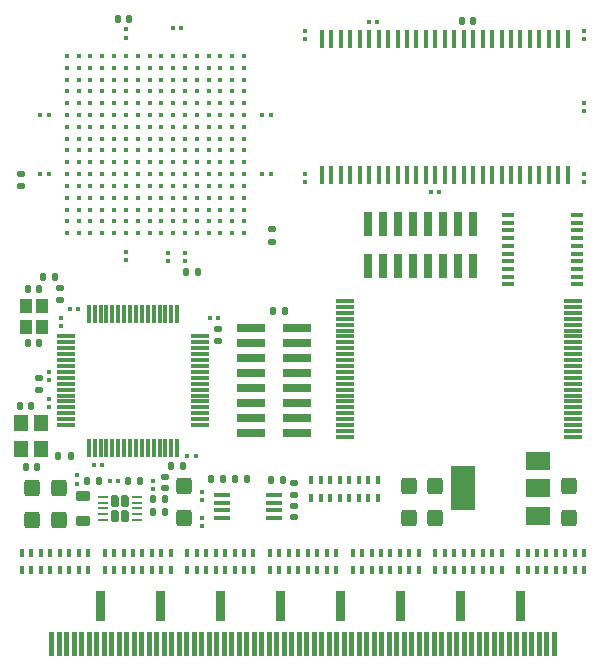
<source format=gbr>
%TF.GenerationSoftware,KiCad,Pcbnew,7.0.10*%
%TF.CreationDate,2024-03-26T21:26:04+03:00*%
%TF.ProjectId,com_1300,636f6d5f-3133-4303-902e-6b696361645f,rev?*%
%TF.SameCoordinates,Original*%
%TF.FileFunction,Paste,Top*%
%TF.FilePolarity,Positive*%
%FSLAX46Y46*%
G04 Gerber Fmt 4.6, Leading zero omitted, Abs format (unit mm)*
G04 Created by KiCad (PCBNEW 7.0.10) date 2024-03-26 21:26:04*
%MOMM*%
%LPD*%
G01*
G04 APERTURE LIST*
G04 Aperture macros list*
%AMRoundRect*
0 Rectangle with rounded corners*
0 $1 Rounding radius*
0 $2 $3 $4 $5 $6 $7 $8 $9 X,Y pos of 4 corners*
0 Add a 4 corners polygon primitive as box body*
4,1,4,$2,$3,$4,$5,$6,$7,$8,$9,$2,$3,0*
0 Add four circle primitives for the rounded corners*
1,1,$1+$1,$2,$3*
1,1,$1+$1,$4,$5*
1,1,$1+$1,$6,$7*
1,1,$1+$1,$8,$9*
0 Add four rect primitives between the rounded corners*
20,1,$1+$1,$2,$3,$4,$5,0*
20,1,$1+$1,$4,$5,$6,$7,0*
20,1,$1+$1,$6,$7,$8,$9,0*
20,1,$1+$1,$8,$9,$2,$3,0*%
G04 Aperture macros list end*
%ADD10RoundRect,0.079500X-0.100500X0.079500X-0.100500X-0.079500X0.100500X-0.079500X0.100500X0.079500X0*%
%ADD11RoundRect,0.079500X0.100500X-0.079500X0.100500X0.079500X-0.100500X0.079500X-0.100500X-0.079500X0*%
%ADD12RoundRect,0.079500X0.079500X0.100500X-0.079500X0.100500X-0.079500X-0.100500X0.079500X-0.100500X0*%
%ADD13R,0.458000X1.510000*%
%ADD14RoundRect,0.079500X-0.079500X-0.100500X0.079500X-0.100500X0.079500X0.100500X-0.079500X0.100500X0*%
%ADD15RoundRect,0.250000X-0.425000X0.450000X-0.425000X-0.450000X0.425000X-0.450000X0.425000X0.450000X0*%
%ADD16R,1.450000X0.450000*%
%ADD17R,0.400000X2.000000*%
%ADD18RoundRect,0.135000X0.135000X0.185000X-0.135000X0.185000X-0.135000X-0.185000X0.135000X-0.185000X0*%
%ADD19RoundRect,0.140000X-0.140000X-0.170000X0.140000X-0.170000X0.140000X0.170000X-0.140000X0.170000X0*%
%ADD20RoundRect,0.140000X0.170000X-0.140000X0.170000X0.140000X-0.170000X0.140000X-0.170000X-0.140000X0*%
%ADD21RoundRect,0.135000X-0.135000X-0.185000X0.135000X-0.185000X0.135000X0.185000X-0.135000X0.185000X0*%
%ADD22RoundRect,0.250000X0.425000X-0.450000X0.425000X0.450000X-0.425000X0.450000X-0.425000X-0.450000X0*%
%ADD23R,0.430000X0.760000*%
%ADD24R,1.000000X0.400000*%
%ADD25RoundRect,0.140000X-0.170000X0.140000X-0.170000X-0.140000X0.170000X-0.140000X0.170000X0.140000X0*%
%ADD26R,2.000000X1.500000*%
%ADD27R,2.000000X3.800000*%
%ADD28RoundRect,0.135000X-0.185000X0.135000X-0.185000X-0.135000X0.185000X-0.135000X0.185000X0.135000X0*%
%ADD29RoundRect,0.140000X0.140000X0.170000X-0.140000X0.170000X-0.140000X-0.170000X0.140000X-0.170000X0*%
%ADD30RoundRect,0.172500X-0.172500X-0.332500X0.172500X-0.332500X0.172500X0.332500X-0.172500X0.332500X0*%
%ADD31RoundRect,0.062500X-0.350000X-0.062500X0.350000X-0.062500X0.350000X0.062500X-0.350000X0.062500X0*%
%ADD32R,2.400000X0.740000*%
%ADD33R,0.750000X2.100000*%
%ADD34RoundRect,0.075000X-0.712500X-0.075000X0.712500X-0.075000X0.712500X0.075000X-0.712500X0.075000X0*%
%ADD35C,0.400000*%
%ADD36RoundRect,0.075000X-0.700000X-0.075000X0.700000X-0.075000X0.700000X0.075000X-0.700000X0.075000X0*%
%ADD37RoundRect,0.075000X-0.075000X-0.700000X0.075000X-0.700000X0.075000X0.700000X-0.075000X0.700000X0*%
%ADD38R,1.200000X1.400000*%
%ADD39RoundRect,0.135000X0.185000X-0.135000X0.185000X0.135000X-0.185000X0.135000X-0.185000X-0.135000X0*%
%ADD40RoundRect,0.218750X0.381250X-0.218750X0.381250X0.218750X-0.381250X0.218750X-0.381250X-0.218750X0*%
%ADD41R,1.000000X1.150000*%
G04 APERTURE END LIST*
%TO.C,J2*%
G36*
X54487500Y-80800000D02*
G01*
X54087500Y-80800000D01*
X54087500Y-78800000D01*
X54487500Y-78800000D01*
X54487500Y-80800000D01*
G37*
G36*
X51312500Y-80800000D02*
G01*
X50912500Y-80800000D01*
X50912500Y-78800000D01*
X51312500Y-78800000D01*
X51312500Y-80800000D01*
G37*
G36*
X51312500Y-80800000D02*
G01*
X50912500Y-80800000D01*
X50912500Y-78800000D01*
X51312500Y-78800000D01*
X51312500Y-80800000D01*
G37*
G36*
X46867500Y-80800000D02*
G01*
X46467500Y-80800000D01*
X46467500Y-78800000D01*
X46867500Y-78800000D01*
X46867500Y-80800000D01*
G37*
G36*
X23255000Y-77800000D02*
G01*
X22455000Y-77800000D01*
X22455000Y-75300000D01*
X23255000Y-75300000D01*
X23255000Y-77800000D01*
G37*
G36*
X33415000Y-77800000D02*
G01*
X32615000Y-77800000D01*
X32615000Y-75300000D01*
X33415000Y-75300000D01*
X33415000Y-77800000D01*
G37*
G36*
X36072500Y-80800000D02*
G01*
X35672500Y-80800000D01*
X35672500Y-78800000D01*
X36072500Y-78800000D01*
X36072500Y-80800000D01*
G37*
G36*
X60837500Y-80800000D02*
G01*
X60437500Y-80800000D01*
X60437500Y-78800000D01*
X60837500Y-78800000D01*
X60837500Y-80800000D01*
G37*
G36*
X44962500Y-80800000D02*
G01*
X44562500Y-80800000D01*
X44562500Y-78800000D01*
X44962500Y-78800000D01*
X44962500Y-80800000D01*
G37*
G36*
X58297500Y-80800000D02*
G01*
X57897500Y-80800000D01*
X57897500Y-78800000D01*
X58297500Y-78800000D01*
X58297500Y-80800000D01*
G37*
G36*
X30357500Y-80800000D02*
G01*
X29957500Y-80800000D01*
X29957500Y-78800000D01*
X30357500Y-78800000D01*
X30357500Y-80800000D01*
G37*
G36*
X29722500Y-80800000D02*
G01*
X29322500Y-80800000D01*
X29322500Y-78800000D01*
X29722500Y-78800000D01*
X29722500Y-80800000D01*
G37*
G36*
X18927500Y-80800000D02*
G01*
X18527500Y-80800000D01*
X18527500Y-78800000D01*
X18927500Y-78800000D01*
X18927500Y-80800000D01*
G37*
G36*
X48772500Y-80800000D02*
G01*
X48372500Y-80800000D01*
X48372500Y-78800000D01*
X48772500Y-78800000D01*
X48772500Y-80800000D01*
G37*
G36*
X44327500Y-80800000D02*
G01*
X43927500Y-80800000D01*
X43927500Y-78800000D01*
X44327500Y-78800000D01*
X44327500Y-80800000D01*
G37*
G36*
X61472500Y-80800000D02*
G01*
X61072500Y-80800000D01*
X61072500Y-78800000D01*
X61472500Y-78800000D01*
X61472500Y-80800000D01*
G37*
G36*
X34802500Y-80800000D02*
G01*
X34402500Y-80800000D01*
X34402500Y-78800000D01*
X34802500Y-78800000D01*
X34802500Y-80800000D01*
G37*
G36*
X37342500Y-80800000D02*
G01*
X36942500Y-80800000D01*
X36942500Y-78800000D01*
X37342500Y-78800000D01*
X37342500Y-80800000D01*
G37*
G36*
X60837500Y-80800000D02*
G01*
X60437500Y-80800000D01*
X60437500Y-78800000D01*
X60837500Y-78800000D01*
X60837500Y-80800000D01*
G37*
G36*
X35437500Y-80800000D02*
G01*
X35037500Y-80800000D01*
X35037500Y-78800000D01*
X35437500Y-78800000D01*
X35437500Y-80800000D01*
G37*
G36*
X34802500Y-80800000D02*
G01*
X34402500Y-80800000D01*
X34402500Y-78800000D01*
X34802500Y-78800000D01*
X34802500Y-80800000D01*
G37*
G36*
X46232500Y-80800000D02*
G01*
X45832500Y-80800000D01*
X45832500Y-78800000D01*
X46232500Y-78800000D01*
X46232500Y-80800000D01*
G37*
G36*
X49407500Y-80800000D02*
G01*
X49007500Y-80800000D01*
X49007500Y-78800000D01*
X49407500Y-78800000D01*
X49407500Y-80800000D01*
G37*
G36*
X57027500Y-80800000D02*
G01*
X56627500Y-80800000D01*
X56627500Y-78800000D01*
X57027500Y-78800000D01*
X57027500Y-80800000D01*
G37*
G36*
X48137500Y-80800000D02*
G01*
X47737500Y-80800000D01*
X47737500Y-78800000D01*
X48137500Y-78800000D01*
X48137500Y-80800000D01*
G37*
G36*
X43692500Y-80800000D02*
G01*
X43292500Y-80800000D01*
X43292500Y-78800000D01*
X43692500Y-78800000D01*
X43692500Y-80800000D01*
G37*
G36*
X47502500Y-80800000D02*
G01*
X47102500Y-80800000D01*
X47102500Y-78800000D01*
X47502500Y-78800000D01*
X47502500Y-80800000D01*
G37*
G36*
X36707500Y-80800000D02*
G01*
X36307500Y-80800000D01*
X36307500Y-78800000D01*
X36707500Y-78800000D01*
X36707500Y-80800000D01*
G37*
G36*
X32262500Y-80800000D02*
G01*
X31862500Y-80800000D01*
X31862500Y-78800000D01*
X32262500Y-78800000D01*
X32262500Y-80800000D01*
G37*
G36*
X40517500Y-80800000D02*
G01*
X40117500Y-80800000D01*
X40117500Y-78800000D01*
X40517500Y-78800000D01*
X40517500Y-80800000D01*
G37*
G36*
X28452500Y-80800000D02*
G01*
X28052500Y-80800000D01*
X28052500Y-78800000D01*
X28452500Y-78800000D01*
X28452500Y-80800000D01*
G37*
G36*
X41152500Y-80800000D02*
G01*
X40752500Y-80800000D01*
X40752500Y-78800000D01*
X41152500Y-78800000D01*
X41152500Y-80800000D01*
G37*
G36*
X37977500Y-80800000D02*
G01*
X37577500Y-80800000D01*
X37577500Y-78800000D01*
X37977500Y-78800000D01*
X37977500Y-80800000D01*
G37*
G36*
X24642500Y-80800000D02*
G01*
X24242500Y-80800000D01*
X24242500Y-78800000D01*
X24642500Y-78800000D01*
X24642500Y-80800000D01*
G37*
G36*
X48137500Y-80800000D02*
G01*
X47737500Y-80800000D01*
X47737500Y-78800000D01*
X48137500Y-78800000D01*
X48137500Y-80800000D01*
G37*
G36*
X27182500Y-80800000D02*
G01*
X26782500Y-80800000D01*
X26782500Y-78800000D01*
X27182500Y-78800000D01*
X27182500Y-80800000D01*
G37*
G36*
X29722500Y-80800000D02*
G01*
X29322500Y-80800000D01*
X29322500Y-78800000D01*
X29722500Y-78800000D01*
X29722500Y-80800000D01*
G37*
G36*
X53217500Y-80800000D02*
G01*
X52817500Y-80800000D01*
X52817500Y-78800000D01*
X53217500Y-78800000D01*
X53217500Y-80800000D01*
G37*
G36*
X34167500Y-80800000D02*
G01*
X33767500Y-80800000D01*
X33767500Y-78800000D01*
X34167500Y-78800000D01*
X34167500Y-80800000D01*
G37*
G36*
X20832500Y-80800000D02*
G01*
X20432500Y-80800000D01*
X20432500Y-78800000D01*
X20832500Y-78800000D01*
X20832500Y-80800000D01*
G37*
G36*
X54487500Y-80800000D02*
G01*
X54087500Y-80800000D01*
X54087500Y-78800000D01*
X54487500Y-78800000D01*
X54487500Y-80800000D01*
G37*
G36*
X25277500Y-80800000D02*
G01*
X24877500Y-80800000D01*
X24877500Y-78800000D01*
X25277500Y-78800000D01*
X25277500Y-80800000D01*
G37*
G36*
X50677500Y-80800000D02*
G01*
X50277500Y-80800000D01*
X50277500Y-78800000D01*
X50677500Y-78800000D01*
X50677500Y-80800000D01*
G37*
G36*
X39247500Y-80800000D02*
G01*
X38847500Y-80800000D01*
X38847500Y-78800000D01*
X39247500Y-78800000D01*
X39247500Y-80800000D01*
G37*
G36*
X41787500Y-80800000D02*
G01*
X41387500Y-80800000D01*
X41387500Y-78800000D01*
X41787500Y-78800000D01*
X41787500Y-80800000D01*
G37*
G36*
X61472500Y-80800000D02*
G01*
X61072500Y-80800000D01*
X61072500Y-78800000D01*
X61472500Y-78800000D01*
X61472500Y-80800000D01*
G37*
G36*
X21467500Y-80800000D02*
G01*
X21067500Y-80800000D01*
X21067500Y-78800000D01*
X21467500Y-78800000D01*
X21467500Y-80800000D01*
G37*
G36*
X39882500Y-80800000D02*
G01*
X39482500Y-80800000D01*
X39482500Y-78800000D01*
X39882500Y-78800000D01*
X39882500Y-80800000D01*
G37*
G36*
X58815000Y-77800000D02*
G01*
X58015000Y-77800000D01*
X58015000Y-75300000D01*
X58815000Y-75300000D01*
X58815000Y-77800000D01*
G37*
G36*
X38495000Y-77800000D02*
G01*
X37695000Y-77800000D01*
X37695000Y-75300000D01*
X38495000Y-75300000D01*
X38495000Y-77800000D01*
G37*
G36*
X27817500Y-80800000D02*
G01*
X27417500Y-80800000D01*
X27417500Y-78800000D01*
X27817500Y-78800000D01*
X27817500Y-80800000D01*
G37*
G36*
X44962500Y-80800000D02*
G01*
X44562500Y-80800000D01*
X44562500Y-78800000D01*
X44962500Y-78800000D01*
X44962500Y-80800000D01*
G37*
G36*
X19562500Y-80800000D02*
G01*
X19162500Y-80800000D01*
X19162500Y-78800000D01*
X19562500Y-78800000D01*
X19562500Y-80800000D01*
G37*
G36*
X25912500Y-80800000D02*
G01*
X25512500Y-80800000D01*
X25512500Y-78800000D01*
X25912500Y-78800000D01*
X25912500Y-80800000D01*
G37*
G36*
X52582500Y-80800000D02*
G01*
X52182500Y-80800000D01*
X52182500Y-78800000D01*
X52582500Y-78800000D01*
X52582500Y-80800000D01*
G37*
G36*
X53217500Y-80800000D02*
G01*
X52817500Y-80800000D01*
X52817500Y-78800000D01*
X53217500Y-78800000D01*
X53217500Y-80800000D01*
G37*
G36*
X37977500Y-80800000D02*
G01*
X37577500Y-80800000D01*
X37577500Y-78800000D01*
X37977500Y-78800000D01*
X37977500Y-80800000D01*
G37*
G36*
X39247500Y-80800000D02*
G01*
X38847500Y-80800000D01*
X38847500Y-78800000D01*
X39247500Y-78800000D01*
X39247500Y-80800000D01*
G37*
G36*
X46867500Y-80800000D02*
G01*
X46467500Y-80800000D01*
X46467500Y-78800000D01*
X46867500Y-78800000D01*
X46867500Y-80800000D01*
G37*
G36*
X45597500Y-80800000D02*
G01*
X45197500Y-80800000D01*
X45197500Y-78800000D01*
X45597500Y-78800000D01*
X45597500Y-80800000D01*
G37*
G36*
X21467500Y-80800000D02*
G01*
X21067500Y-80800000D01*
X21067500Y-78800000D01*
X21467500Y-78800000D01*
X21467500Y-80800000D01*
G37*
G36*
X42422500Y-80800000D02*
G01*
X42022500Y-80800000D01*
X42022500Y-78800000D01*
X42422500Y-78800000D01*
X42422500Y-80800000D01*
G37*
G36*
X20832500Y-80800000D02*
G01*
X20432500Y-80800000D01*
X20432500Y-78800000D01*
X20832500Y-78800000D01*
X20832500Y-80800000D01*
G37*
G36*
X43057500Y-80800000D02*
G01*
X42657500Y-80800000D01*
X42657500Y-78800000D01*
X43057500Y-78800000D01*
X43057500Y-80800000D01*
G37*
G36*
X57027500Y-80800000D02*
G01*
X56627500Y-80800000D01*
X56627500Y-78800000D01*
X57027500Y-78800000D01*
X57027500Y-80800000D01*
G37*
G36*
X44327500Y-80800000D02*
G01*
X43927500Y-80800000D01*
X43927500Y-78800000D01*
X44327500Y-78800000D01*
X44327500Y-80800000D01*
G37*
G36*
X32897500Y-80800000D02*
G01*
X32497500Y-80800000D01*
X32497500Y-78800000D01*
X32897500Y-78800000D01*
X32897500Y-80800000D01*
G37*
G36*
X32897500Y-80800000D02*
G01*
X32497500Y-80800000D01*
X32497500Y-78800000D01*
X32897500Y-78800000D01*
X32897500Y-80800000D01*
G37*
G36*
X58297500Y-80800000D02*
G01*
X57897500Y-80800000D01*
X57897500Y-78800000D01*
X58297500Y-78800000D01*
X58297500Y-80800000D01*
G37*
G36*
X55122500Y-80800000D02*
G01*
X54722500Y-80800000D01*
X54722500Y-78800000D01*
X55122500Y-78800000D01*
X55122500Y-80800000D01*
G37*
G36*
X53852500Y-80800000D02*
G01*
X53452500Y-80800000D01*
X53452500Y-78800000D01*
X53852500Y-78800000D01*
X53852500Y-80800000D01*
G37*
G36*
X33532500Y-80800000D02*
G01*
X33132500Y-80800000D01*
X33132500Y-78800000D01*
X33532500Y-78800000D01*
X33532500Y-80800000D01*
G37*
G36*
X59567500Y-80800000D02*
G01*
X59167500Y-80800000D01*
X59167500Y-78800000D01*
X59567500Y-78800000D01*
X59567500Y-80800000D01*
G37*
G36*
X24007500Y-80800000D02*
G01*
X23607500Y-80800000D01*
X23607500Y-78800000D01*
X24007500Y-78800000D01*
X24007500Y-80800000D01*
G37*
G36*
X31627500Y-80800000D02*
G01*
X31227500Y-80800000D01*
X31227500Y-78800000D01*
X31627500Y-78800000D01*
X31627500Y-80800000D01*
G37*
G36*
X23372500Y-80800000D02*
G01*
X22972500Y-80800000D01*
X22972500Y-78800000D01*
X23372500Y-78800000D01*
X23372500Y-80800000D01*
G37*
G36*
X22102500Y-80800000D02*
G01*
X21702500Y-80800000D01*
X21702500Y-78800000D01*
X22102500Y-78800000D01*
X22102500Y-80800000D01*
G37*
G36*
X53852500Y-80800000D02*
G01*
X53452500Y-80800000D01*
X53452500Y-78800000D01*
X53852500Y-78800000D01*
X53852500Y-80800000D01*
G37*
G36*
X39882500Y-80800000D02*
G01*
X39482500Y-80800000D01*
X39482500Y-78800000D01*
X39882500Y-78800000D01*
X39882500Y-80800000D01*
G37*
G36*
X36707500Y-80800000D02*
G01*
X36307500Y-80800000D01*
X36307500Y-78800000D01*
X36707500Y-78800000D01*
X36707500Y-80800000D01*
G37*
G36*
X59567500Y-80800000D02*
G01*
X59167500Y-80800000D01*
X59167500Y-78800000D01*
X59567500Y-78800000D01*
X59567500Y-80800000D01*
G37*
G36*
X28335000Y-77800000D02*
G01*
X27535000Y-77800000D01*
X27535000Y-75300000D01*
X28335000Y-75300000D01*
X28335000Y-77800000D01*
G37*
G36*
X27817500Y-80800000D02*
G01*
X27417500Y-80800000D01*
X27417500Y-78800000D01*
X27817500Y-78800000D01*
X27817500Y-80800000D01*
G37*
G36*
X31627500Y-80800000D02*
G01*
X31227500Y-80800000D01*
X31227500Y-78800000D01*
X31627500Y-78800000D01*
X31627500Y-80800000D01*
G37*
G36*
X22737500Y-80800000D02*
G01*
X22337500Y-80800000D01*
X22337500Y-78800000D01*
X22737500Y-78800000D01*
X22737500Y-80800000D01*
G37*
G36*
X22102500Y-80800000D02*
G01*
X21702500Y-80800000D01*
X21702500Y-78800000D01*
X22102500Y-78800000D01*
X22102500Y-80800000D01*
G37*
G36*
X35437500Y-80800000D02*
G01*
X35037500Y-80800000D01*
X35037500Y-78800000D01*
X35437500Y-78800000D01*
X35437500Y-80800000D01*
G37*
G36*
X60202500Y-80800000D02*
G01*
X59802500Y-80800000D01*
X59802500Y-78800000D01*
X60202500Y-78800000D01*
X60202500Y-80800000D01*
G37*
G36*
X18927500Y-80800000D02*
G01*
X18527500Y-80800000D01*
X18527500Y-78800000D01*
X18927500Y-78800000D01*
X18927500Y-80800000D01*
G37*
G36*
X32262500Y-80800000D02*
G01*
X31862500Y-80800000D01*
X31862500Y-78800000D01*
X32262500Y-78800000D01*
X32262500Y-80800000D01*
G37*
G36*
X49407500Y-80800000D02*
G01*
X49007500Y-80800000D01*
X49007500Y-78800000D01*
X49407500Y-78800000D01*
X49407500Y-80800000D01*
G37*
G36*
X58932500Y-80800000D02*
G01*
X58532500Y-80800000D01*
X58532500Y-78800000D01*
X58932500Y-78800000D01*
X58932500Y-80800000D01*
G37*
G36*
X48772500Y-80800000D02*
G01*
X48372500Y-80800000D01*
X48372500Y-78800000D01*
X48772500Y-78800000D01*
X48772500Y-80800000D01*
G37*
G36*
X43575000Y-77800000D02*
G01*
X42775000Y-77800000D01*
X42775000Y-75300000D01*
X43575000Y-75300000D01*
X43575000Y-77800000D01*
G37*
G36*
X20197500Y-80800000D02*
G01*
X19797500Y-80800000D01*
X19797500Y-78800000D01*
X20197500Y-78800000D01*
X20197500Y-80800000D01*
G37*
G36*
X40517500Y-80800000D02*
G01*
X40117500Y-80800000D01*
X40117500Y-78800000D01*
X40517500Y-78800000D01*
X40517500Y-80800000D01*
G37*
G36*
X27182500Y-80800000D02*
G01*
X26782500Y-80800000D01*
X26782500Y-78800000D01*
X27182500Y-78800000D01*
X27182500Y-80800000D01*
G37*
G36*
X29087500Y-80800000D02*
G01*
X28687500Y-80800000D01*
X28687500Y-78800000D01*
X29087500Y-78800000D01*
X29087500Y-80800000D01*
G37*
G36*
X45597500Y-80800000D02*
G01*
X45197500Y-80800000D01*
X45197500Y-78800000D01*
X45597500Y-78800000D01*
X45597500Y-80800000D01*
G37*
G36*
X25912500Y-80800000D02*
G01*
X25512500Y-80800000D01*
X25512500Y-78800000D01*
X25912500Y-78800000D01*
X25912500Y-80800000D01*
G37*
G36*
X42422500Y-80800000D02*
G01*
X42022500Y-80800000D01*
X42022500Y-78800000D01*
X42422500Y-78800000D01*
X42422500Y-80800000D01*
G37*
G36*
X30357500Y-80800000D02*
G01*
X29957500Y-80800000D01*
X29957500Y-78800000D01*
X30357500Y-78800000D01*
X30357500Y-80800000D01*
G37*
G36*
X36072500Y-80800000D02*
G01*
X35672500Y-80800000D01*
X35672500Y-78800000D01*
X36072500Y-78800000D01*
X36072500Y-80800000D01*
G37*
G36*
X34167500Y-80800000D02*
G01*
X33767500Y-80800000D01*
X33767500Y-78800000D01*
X34167500Y-78800000D01*
X34167500Y-80800000D01*
G37*
G36*
X30992500Y-80800000D02*
G01*
X30592500Y-80800000D01*
X30592500Y-78800000D01*
X30992500Y-78800000D01*
X30992500Y-80800000D01*
G37*
G36*
X56392500Y-80800000D02*
G01*
X55992500Y-80800000D01*
X55992500Y-78800000D01*
X56392500Y-78800000D01*
X56392500Y-80800000D01*
G37*
G36*
X57662500Y-80800000D02*
G01*
X57262500Y-80800000D01*
X57262500Y-78800000D01*
X57662500Y-78800000D01*
X57662500Y-80800000D01*
G37*
G36*
X51947500Y-80800000D02*
G01*
X51547500Y-80800000D01*
X51547500Y-78800000D01*
X51947500Y-78800000D01*
X51947500Y-80800000D01*
G37*
G36*
X50042500Y-80800000D02*
G01*
X49642500Y-80800000D01*
X49642500Y-78800000D01*
X50042500Y-78800000D01*
X50042500Y-80800000D01*
G37*
G36*
X52582500Y-80800000D02*
G01*
X52182500Y-80800000D01*
X52182500Y-78800000D01*
X52582500Y-78800000D01*
X52582500Y-80800000D01*
G37*
G36*
X58932500Y-80800000D02*
G01*
X58532500Y-80800000D01*
X58532500Y-78800000D01*
X58932500Y-78800000D01*
X58932500Y-80800000D01*
G37*
G36*
X28452500Y-80800000D02*
G01*
X28052500Y-80800000D01*
X28052500Y-78800000D01*
X28452500Y-78800000D01*
X28452500Y-80800000D01*
G37*
G36*
X26547500Y-80800000D02*
G01*
X26147500Y-80800000D01*
X26147500Y-78800000D01*
X26547500Y-78800000D01*
X26547500Y-80800000D01*
G37*
G36*
X50677500Y-80800000D02*
G01*
X50277500Y-80800000D01*
X50277500Y-78800000D01*
X50677500Y-78800000D01*
X50677500Y-80800000D01*
G37*
G36*
X55122500Y-80800000D02*
G01*
X54722500Y-80800000D01*
X54722500Y-78800000D01*
X55122500Y-78800000D01*
X55122500Y-80800000D01*
G37*
G36*
X29087500Y-80800000D02*
G01*
X28687500Y-80800000D01*
X28687500Y-78800000D01*
X29087500Y-78800000D01*
X29087500Y-80800000D01*
G37*
G36*
X24007500Y-80800000D02*
G01*
X23607500Y-80800000D01*
X23607500Y-78800000D01*
X24007500Y-78800000D01*
X24007500Y-80800000D01*
G37*
G36*
X47502500Y-80800000D02*
G01*
X47102500Y-80800000D01*
X47102500Y-78800000D01*
X47502500Y-78800000D01*
X47502500Y-80800000D01*
G37*
G36*
X60202500Y-80800000D02*
G01*
X59802500Y-80800000D01*
X59802500Y-78800000D01*
X60202500Y-78800000D01*
X60202500Y-80800000D01*
G37*
G36*
X50042500Y-80800000D02*
G01*
X49642500Y-80800000D01*
X49642500Y-78800000D01*
X50042500Y-78800000D01*
X50042500Y-80800000D01*
G37*
G36*
X38612500Y-80800000D02*
G01*
X38212500Y-80800000D01*
X38212500Y-78800000D01*
X38612500Y-78800000D01*
X38612500Y-80800000D01*
G37*
G36*
X22737500Y-80800000D02*
G01*
X22337500Y-80800000D01*
X22337500Y-78800000D01*
X22737500Y-78800000D01*
X22737500Y-80800000D01*
G37*
G36*
X41152500Y-80800000D02*
G01*
X40752500Y-80800000D01*
X40752500Y-78800000D01*
X41152500Y-78800000D01*
X41152500Y-80800000D01*
G37*
G36*
X55757500Y-80800000D02*
G01*
X55357500Y-80800000D01*
X55357500Y-78800000D01*
X55757500Y-78800000D01*
X55757500Y-80800000D01*
G37*
G36*
X30992500Y-80800000D02*
G01*
X30592500Y-80800000D01*
X30592500Y-78800000D01*
X30992500Y-78800000D01*
X30992500Y-80800000D01*
G37*
G36*
X41787500Y-80800000D02*
G01*
X41387500Y-80800000D01*
X41387500Y-78800000D01*
X41787500Y-78800000D01*
X41787500Y-80800000D01*
G37*
G36*
X43057500Y-80800000D02*
G01*
X42657500Y-80800000D01*
X42657500Y-78800000D01*
X43057500Y-78800000D01*
X43057500Y-80800000D01*
G37*
G36*
X55757500Y-80800000D02*
G01*
X55357500Y-80800000D01*
X55357500Y-78800000D01*
X55757500Y-78800000D01*
X55757500Y-80800000D01*
G37*
G36*
X20197500Y-80800000D02*
G01*
X19797500Y-80800000D01*
X19797500Y-78800000D01*
X20197500Y-78800000D01*
X20197500Y-80800000D01*
G37*
G36*
X24642500Y-80800000D02*
G01*
X24242500Y-80800000D01*
X24242500Y-78800000D01*
X24642500Y-78800000D01*
X24642500Y-80800000D01*
G37*
G36*
X37342500Y-80800000D02*
G01*
X36942500Y-80800000D01*
X36942500Y-78800000D01*
X37342500Y-78800000D01*
X37342500Y-80800000D01*
G37*
G36*
X26547500Y-80800000D02*
G01*
X26147500Y-80800000D01*
X26147500Y-78800000D01*
X26547500Y-78800000D01*
X26547500Y-80800000D01*
G37*
G36*
X33532500Y-80800000D02*
G01*
X33132500Y-80800000D01*
X33132500Y-78800000D01*
X33532500Y-78800000D01*
X33532500Y-80800000D01*
G37*
G36*
X38612500Y-80800000D02*
G01*
X38212500Y-80800000D01*
X38212500Y-78800000D01*
X38612500Y-78800000D01*
X38612500Y-80800000D01*
G37*
G36*
X56392500Y-80800000D02*
G01*
X55992500Y-80800000D01*
X55992500Y-78800000D01*
X56392500Y-78800000D01*
X56392500Y-80800000D01*
G37*
G36*
X19562500Y-80800000D02*
G01*
X19162500Y-80800000D01*
X19162500Y-78800000D01*
X19562500Y-78800000D01*
X19562500Y-80800000D01*
G37*
G36*
X51947500Y-80800000D02*
G01*
X51547500Y-80800000D01*
X51547500Y-78800000D01*
X51947500Y-78800000D01*
X51947500Y-80800000D01*
G37*
G36*
X53735000Y-77800000D02*
G01*
X52935000Y-77800000D01*
X52935000Y-75300000D01*
X53735000Y-75300000D01*
X53735000Y-77800000D01*
G37*
G36*
X48655000Y-77800000D02*
G01*
X47855000Y-77800000D01*
X47855000Y-75300000D01*
X48655000Y-75300000D01*
X48655000Y-77800000D01*
G37*
G36*
X46232500Y-80800000D02*
G01*
X45832500Y-80800000D01*
X45832500Y-78800000D01*
X46232500Y-78800000D01*
X46232500Y-80800000D01*
G37*
G36*
X43692500Y-80800000D02*
G01*
X43292500Y-80800000D01*
X43292500Y-78800000D01*
X43692500Y-78800000D01*
X43692500Y-80800000D01*
G37*
G36*
X23372500Y-80800000D02*
G01*
X22972500Y-80800000D01*
X22972500Y-78800000D01*
X23372500Y-78800000D01*
X23372500Y-80800000D01*
G37*
G36*
X25277500Y-80800000D02*
G01*
X24877500Y-80800000D01*
X24877500Y-78800000D01*
X25277500Y-78800000D01*
X25277500Y-80800000D01*
G37*
G36*
X57662500Y-80800000D02*
G01*
X57262500Y-80800000D01*
X57262500Y-78800000D01*
X57662500Y-78800000D01*
X57662500Y-80800000D01*
G37*
%TD*%
D10*
%TO.C,R10*%
X28540000Y-46655000D03*
X28540000Y-47345000D03*
%TD*%
D11*
%TO.C,C29*%
X40200000Y-40015000D03*
X40200000Y-40705000D03*
%TD*%
D12*
%TO.C,C66*%
X29695000Y-27600000D03*
X29005000Y-27600000D03*
%TD*%
D11*
%TO.C,C6*%
X19500000Y-52845000D03*
X19500000Y-52155000D03*
%TD*%
D13*
%TO.C,U17*%
X41600000Y-40050000D03*
X42400000Y-40050000D03*
X43200000Y-40050000D03*
X44000000Y-40050000D03*
X44800000Y-40050000D03*
X45600000Y-40050000D03*
X46400000Y-40050000D03*
X47200000Y-40050000D03*
X48000000Y-40050000D03*
X48800000Y-40050000D03*
X49600000Y-40050000D03*
X50400000Y-40050000D03*
X51200000Y-40050000D03*
X52000000Y-40050000D03*
X52800000Y-40050000D03*
X53600000Y-40050000D03*
X54400000Y-40050000D03*
X55200000Y-40050000D03*
X56000000Y-40050000D03*
X56800000Y-40050000D03*
X57600000Y-40050000D03*
X58400000Y-40050000D03*
X59200000Y-40050000D03*
X60000000Y-40050000D03*
X60800000Y-40050000D03*
X61600000Y-40050000D03*
X62400000Y-40050000D03*
X62400000Y-28550000D03*
X61600000Y-28550000D03*
X60800000Y-28550000D03*
X60000000Y-28550000D03*
X59200000Y-28550000D03*
X58400000Y-28550000D03*
X57600000Y-28550000D03*
X56800000Y-28550000D03*
X56000000Y-28550000D03*
X55200000Y-28550000D03*
X54400000Y-28550000D03*
X53600000Y-28550000D03*
X52800000Y-28550000D03*
X52000000Y-28550000D03*
X51200000Y-28550000D03*
X50400000Y-28550000D03*
X49600000Y-28550000D03*
X48800000Y-28550000D03*
X48000000Y-28550000D03*
X47200000Y-28550000D03*
X46400000Y-28550000D03*
X45600000Y-28550000D03*
X44800000Y-28550000D03*
X44000000Y-28550000D03*
X43200000Y-28550000D03*
X42400000Y-28550000D03*
X41600000Y-28550000D03*
%TD*%
D14*
%TO.C,C32*%
X46275000Y-27100000D03*
X45585000Y-27100000D03*
%TD*%
D15*
%TO.C,C17*%
X19300000Y-66550000D03*
X19300000Y-69250000D03*
%TD*%
D16*
%TO.C,U6*%
X37500000Y-69125000D03*
X37500000Y-68475000D03*
X37500000Y-67825000D03*
X37500000Y-67175000D03*
X33100000Y-67175000D03*
X33100000Y-67825000D03*
X33100000Y-68475000D03*
X33100000Y-69125000D03*
%TD*%
D17*
%TO.C,J2*%
X61272500Y-79800000D03*
X60002500Y-79800000D03*
X58732500Y-79800000D03*
X57462500Y-79800000D03*
X56192500Y-79800000D03*
X54922500Y-79800000D03*
X53652500Y-79800000D03*
X52382500Y-79800000D03*
X51112500Y-79800000D03*
X49842500Y-79800000D03*
X48572500Y-79800000D03*
X47302500Y-79800000D03*
X46032500Y-79800000D03*
X44762500Y-79800000D03*
X43492500Y-79800000D03*
X42222500Y-79800000D03*
X40952500Y-79800000D03*
X39682500Y-79800000D03*
X38412500Y-79800000D03*
X37142500Y-79800000D03*
X35872500Y-79800000D03*
X34602500Y-79800000D03*
X33332500Y-79800000D03*
X32062500Y-79800000D03*
X30792500Y-79800000D03*
X29522500Y-79800000D03*
X28252500Y-79800000D03*
X26982500Y-79800000D03*
X25712500Y-79800000D03*
X24442500Y-79800000D03*
X23172500Y-79800000D03*
X21902500Y-79800000D03*
X20632500Y-79800000D03*
X19362500Y-79800000D03*
X60637500Y-79800000D03*
X59367500Y-79800000D03*
X58097500Y-79800000D03*
X56827500Y-79800000D03*
X55557500Y-79800000D03*
X54287500Y-79800000D03*
X53017500Y-79800000D03*
X51747500Y-79800000D03*
X50477500Y-79800000D03*
X49207500Y-79800000D03*
X47937500Y-79800000D03*
X46667500Y-79800000D03*
X45397500Y-79800000D03*
X44127500Y-79800000D03*
X42857500Y-79800000D03*
X41587500Y-79800000D03*
X40317500Y-79800000D03*
X39047500Y-79800000D03*
X37777500Y-79800000D03*
X36507500Y-79800000D03*
X35237500Y-79800000D03*
X33967500Y-79800000D03*
X32697500Y-79800000D03*
X31427500Y-79800000D03*
X30157500Y-79800000D03*
X28887500Y-79800000D03*
X27617500Y-79800000D03*
X26347500Y-79800000D03*
X25077500Y-79800000D03*
X23807500Y-79800000D03*
X22537500Y-79800000D03*
X21267500Y-79800000D03*
X19997500Y-79800000D03*
X18727500Y-79800000D03*
%TD*%
D18*
%TO.C,R9*%
X38510000Y-51600000D03*
X37490000Y-51600000D03*
%TD*%
D19*
%TO.C,C82*%
X28850000Y-64700000D03*
X29810000Y-64700000D03*
%TD*%
D14*
%TO.C,C25*%
X24325000Y-66000000D03*
X23635000Y-66000000D03*
%TD*%
D20*
%TO.C,C76*%
X32800000Y-54100000D03*
X32800000Y-53140000D03*
%TD*%
D15*
%TO.C,C1*%
X51180000Y-66410000D03*
X51180000Y-69110000D03*
%TD*%
D21*
%TO.C,R7*%
X32230000Y-65825000D03*
X33250000Y-65825000D03*
%TD*%
D22*
%TO.C,C4*%
X62510000Y-69110000D03*
X62510000Y-66410000D03*
%TD*%
D11*
%TO.C,C71*%
X25000000Y-28445000D03*
X25000000Y-27755000D03*
%TD*%
D12*
%TO.C,C81*%
X30205000Y-63850000D03*
X30895000Y-63850000D03*
%TD*%
D10*
%TO.C,C19*%
X27290000Y-65955000D03*
X27290000Y-66645000D03*
%TD*%
D23*
%TO.C,RN2*%
X28800000Y-72040000D03*
X28000000Y-72040000D03*
X27200000Y-72040000D03*
X26400000Y-72040000D03*
X25600000Y-72040000D03*
X24800000Y-72040000D03*
X24000000Y-72040000D03*
X23200000Y-72040000D03*
X23200000Y-73560000D03*
X24000000Y-73560000D03*
X24800000Y-73560000D03*
X25600000Y-73560000D03*
X26400000Y-73560000D03*
X27200000Y-73560000D03*
X28000000Y-73560000D03*
X28800000Y-73560000D03*
%TD*%
D10*
%TO.C,C53*%
X25000000Y-46555000D03*
X25000000Y-47245000D03*
%TD*%
D24*
%TO.C,U4*%
X63180000Y-49325000D03*
X63180000Y-48675000D03*
X63180000Y-48025000D03*
X63180000Y-47375000D03*
X63180000Y-46725000D03*
X63180000Y-46075000D03*
X63180000Y-45425000D03*
X63180000Y-44775000D03*
X63180000Y-44125000D03*
X63180000Y-43475000D03*
X57380000Y-43475000D03*
X57380000Y-44125000D03*
X57380000Y-44775000D03*
X57380000Y-45425000D03*
X57380000Y-46075000D03*
X57380000Y-46725000D03*
X57380000Y-47375000D03*
X57380000Y-48025000D03*
X57380000Y-48675000D03*
X57380000Y-49325000D03*
%TD*%
D14*
%TO.C,C79*%
X32105000Y-52200000D03*
X32795000Y-52200000D03*
%TD*%
D12*
%TO.C,C77*%
X22945000Y-64600000D03*
X22255000Y-64600000D03*
%TD*%
D25*
%TO.C,C13*%
X16100000Y-40020000D03*
X16100000Y-40980000D03*
%TD*%
D10*
%TO.C,C7*%
X18500000Y-57445000D03*
X18500000Y-56755000D03*
%TD*%
D25*
%TO.C,C14*%
X28310000Y-65610000D03*
X28310000Y-66570000D03*
%TD*%
D26*
%TO.C,U1*%
X59860000Y-68910000D03*
X59860000Y-66610000D03*
D27*
X53560000Y-66610000D03*
D26*
X59860000Y-64310000D03*
%TD*%
D28*
%TO.C,R21*%
X37400000Y-44690000D03*
X37400000Y-45710000D03*
%TD*%
D10*
%TO.C,C18*%
X31470000Y-66880000D03*
X31470000Y-67570000D03*
%TD*%
D29*
%TO.C,C34*%
X54400000Y-27020000D03*
X53440000Y-27020000D03*
%TD*%
D23*
%TO.C,RN3*%
X35800000Y-72040000D03*
X35000000Y-72040000D03*
X34200000Y-72040000D03*
X33400000Y-72040000D03*
X32600000Y-72040000D03*
X31800000Y-72040000D03*
X31000000Y-72040000D03*
X30200000Y-72040000D03*
X30200000Y-73560000D03*
X31000000Y-73560000D03*
X31800000Y-73560000D03*
X32600000Y-73560000D03*
X33400000Y-73560000D03*
X34200000Y-73560000D03*
X35000000Y-73560000D03*
X35800000Y-73560000D03*
%TD*%
D21*
%TO.C,R14*%
X30070000Y-48300000D03*
X31090000Y-48300000D03*
%TD*%
D30*
%TO.C,U7*%
X24075000Y-67685000D03*
X24925000Y-67685000D03*
X24925000Y-68935000D03*
X24075000Y-68935000D03*
D31*
X23037500Y-67310000D03*
X23037500Y-67810000D03*
X23037500Y-68310000D03*
X23037500Y-68810000D03*
X23037500Y-69310000D03*
X25962500Y-69310000D03*
X25962500Y-68810000D03*
X25962500Y-68310000D03*
X25962500Y-67810000D03*
X25962500Y-67310000D03*
%TD*%
D28*
%TO.C,R6*%
X17600000Y-57280000D03*
X17600000Y-58300000D03*
%TD*%
D18*
%TO.C,R2*%
X22760000Y-66000000D03*
X21740000Y-66000000D03*
%TD*%
D23*
%TO.C,RN5*%
X49800000Y-72040000D03*
X49000000Y-72040000D03*
X48200000Y-72040000D03*
X47400000Y-72040000D03*
X46600000Y-72040000D03*
X45800000Y-72040000D03*
X45000000Y-72040000D03*
X44200000Y-72040000D03*
X44200000Y-73560000D03*
X45000000Y-73560000D03*
X45800000Y-73560000D03*
X46600000Y-73560000D03*
X47400000Y-73560000D03*
X48200000Y-73560000D03*
X49000000Y-73560000D03*
X49800000Y-73560000D03*
%TD*%
D11*
%TO.C,C78*%
X18500000Y-59695000D03*
X18500000Y-59005000D03*
%TD*%
D19*
%TO.C,C10*%
X37320000Y-65875000D03*
X38280000Y-65875000D03*
%TD*%
D23*
%TO.C,RN7*%
X63800000Y-72040000D03*
X63000000Y-72040000D03*
X62200000Y-72040000D03*
X61400000Y-72040000D03*
X60600000Y-72040000D03*
X59800000Y-72040000D03*
X59000000Y-72040000D03*
X58200000Y-72040000D03*
X58200000Y-73560000D03*
X59000000Y-73560000D03*
X59800000Y-73560000D03*
X60600000Y-73560000D03*
X61400000Y-73560000D03*
X62200000Y-73560000D03*
X63000000Y-73560000D03*
X63800000Y-73560000D03*
%TD*%
D10*
%TO.C,C20*%
X20850000Y-65515000D03*
X20850000Y-66205000D03*
%TD*%
D23*
%TO.C,RN8*%
X46300000Y-65940000D03*
X45500000Y-65940000D03*
X44700000Y-65940000D03*
X43900000Y-65940000D03*
X43100000Y-65940000D03*
X42300000Y-65940000D03*
X41500000Y-65940000D03*
X40700000Y-65940000D03*
X40700000Y-67460000D03*
X41500000Y-67460000D03*
X42300000Y-67460000D03*
X43100000Y-67460000D03*
X43900000Y-67460000D03*
X44700000Y-67460000D03*
X45500000Y-67460000D03*
X46300000Y-67460000D03*
%TD*%
D12*
%TO.C,C28*%
X50855000Y-41500000D03*
X51545000Y-41500000D03*
%TD*%
D22*
%TO.C,C16*%
X29950000Y-69110000D03*
X29950000Y-66410000D03*
%TD*%
D32*
%TO.C,J4*%
X39450000Y-61945000D03*
X35550000Y-61945000D03*
X39450000Y-60675000D03*
X35550000Y-60675000D03*
X39450000Y-59405000D03*
X35550000Y-59405000D03*
X39450000Y-58135000D03*
X35550000Y-58135000D03*
X39450000Y-56865000D03*
X35550000Y-56865000D03*
X39450000Y-55595000D03*
X35550000Y-55595000D03*
X39450000Y-54325000D03*
X35550000Y-54325000D03*
X39450000Y-53055000D03*
X35550000Y-53055000D03*
%TD*%
D11*
%TO.C,C33*%
X63800000Y-40015000D03*
X63800000Y-40705000D03*
%TD*%
%TO.C,C23*%
X31410000Y-69085000D03*
X31410000Y-69775000D03*
%TD*%
D10*
%TO.C,C30*%
X63800000Y-33955000D03*
X63800000Y-34645000D03*
%TD*%
D12*
%TO.C,C54*%
X18445000Y-40000000D03*
X17755000Y-40000000D03*
%TD*%
D19*
%TO.C,C83*%
X16720000Y-49730000D03*
X17680000Y-49730000D03*
%TD*%
D14*
%TO.C,C65*%
X36555000Y-35000000D03*
X37245000Y-35000000D03*
%TD*%
D33*
%TO.C,J3*%
X45455000Y-44200000D03*
X45455000Y-47800000D03*
X46725000Y-44200000D03*
X46725000Y-47800000D03*
X47995000Y-44200000D03*
X47995000Y-47800000D03*
X49265000Y-44200000D03*
X49265000Y-47800000D03*
X50535000Y-44200000D03*
X50535000Y-47800000D03*
X51805000Y-44200000D03*
X51805000Y-47800000D03*
X53075000Y-44200000D03*
X53075000Y-47800000D03*
X54345000Y-44200000D03*
X54345000Y-47800000D03*
%TD*%
D25*
%TO.C,C26*%
X19400000Y-49670000D03*
X19400000Y-50630000D03*
%TD*%
D18*
%TO.C,R8*%
X28310000Y-67550000D03*
X27290000Y-67550000D03*
%TD*%
D23*
%TO.C,RN1*%
X21800000Y-72040000D03*
X21000000Y-72040000D03*
X20200000Y-72040000D03*
X19400000Y-72040000D03*
X18600000Y-72040000D03*
X17800000Y-72040000D03*
X17000000Y-72040000D03*
X16200000Y-72040000D03*
X16200000Y-73560000D03*
X17000000Y-73560000D03*
X17800000Y-73560000D03*
X18600000Y-73560000D03*
X19400000Y-73560000D03*
X20200000Y-73560000D03*
X21000000Y-73560000D03*
X21800000Y-73560000D03*
%TD*%
D29*
%TO.C,C5*%
X17480000Y-64800000D03*
X16520000Y-64800000D03*
%TD*%
D23*
%TO.C,RN4*%
X42800000Y-72040000D03*
X42000000Y-72040000D03*
X41200000Y-72040000D03*
X40400000Y-72040000D03*
X39600000Y-72040000D03*
X38800000Y-72040000D03*
X38000000Y-72040000D03*
X37200000Y-72040000D03*
X37200000Y-73560000D03*
X38000000Y-73560000D03*
X38800000Y-73560000D03*
X39600000Y-73560000D03*
X40400000Y-73560000D03*
X41200000Y-73560000D03*
X42000000Y-73560000D03*
X42800000Y-73560000D03*
%TD*%
D34*
%TO.C,U3*%
X43512500Y-50750000D03*
X43512500Y-51250000D03*
X43512500Y-51750000D03*
X43512500Y-52250000D03*
X43512500Y-52750000D03*
X43512500Y-53250000D03*
X43512500Y-53750000D03*
X43512500Y-54250000D03*
X43512500Y-54750000D03*
X43512500Y-55250000D03*
X43512500Y-55750000D03*
X43512500Y-56250000D03*
X43512500Y-56750000D03*
X43512500Y-57250000D03*
X43512500Y-57750000D03*
X43512500Y-58250000D03*
X43512500Y-58750000D03*
X43512500Y-59250000D03*
X43512500Y-59750000D03*
X43512500Y-60250000D03*
X43512500Y-60750000D03*
X43512500Y-61250000D03*
X43512500Y-61750000D03*
X43512500Y-62250000D03*
X62887500Y-62250000D03*
X62887500Y-61750000D03*
X62887500Y-61250000D03*
X62887500Y-60750000D03*
X62887500Y-60250000D03*
X62887500Y-59750000D03*
X62887500Y-59250000D03*
X62887500Y-58750000D03*
X62887500Y-58250000D03*
X62887500Y-57750000D03*
X62887500Y-57250000D03*
X62887500Y-56750000D03*
X62887500Y-56250000D03*
X62887500Y-55750000D03*
X62887500Y-55250000D03*
X62887500Y-54750000D03*
X62887500Y-54250000D03*
X62887500Y-53750000D03*
X62887500Y-53250000D03*
X62887500Y-52750000D03*
X62887500Y-52250000D03*
X62887500Y-51750000D03*
X62887500Y-51250000D03*
X62887500Y-50750000D03*
%TD*%
D23*
%TO.C,RN6*%
X56800000Y-72040000D03*
X56000000Y-72040000D03*
X55200000Y-72040000D03*
X54400000Y-72040000D03*
X53600000Y-72040000D03*
X52800000Y-72040000D03*
X52000000Y-72040000D03*
X51200000Y-72040000D03*
X51200000Y-73560000D03*
X52000000Y-73560000D03*
X52800000Y-73560000D03*
X53600000Y-73560000D03*
X54400000Y-73560000D03*
X55200000Y-73560000D03*
X56000000Y-73560000D03*
X56800000Y-73560000D03*
%TD*%
D35*
%TO.C,U5*%
X20000000Y-30000000D03*
X21000000Y-30000000D03*
X22000000Y-30000000D03*
X23000000Y-30000000D03*
X24000000Y-30000000D03*
X25000000Y-30000000D03*
X26000000Y-30000000D03*
X27000000Y-30000000D03*
X28000000Y-30000000D03*
X29000000Y-30000000D03*
X30000000Y-30000000D03*
X31000000Y-30000000D03*
X32000000Y-30000000D03*
X33000000Y-30000000D03*
X34000000Y-30000000D03*
X35000000Y-30000000D03*
X20000000Y-31000000D03*
X21000000Y-31000000D03*
X22000000Y-31000000D03*
X23000000Y-31000000D03*
X24000000Y-31000000D03*
X25000000Y-31000000D03*
X26000000Y-31000000D03*
X27000000Y-31000000D03*
X28000000Y-31000000D03*
X29000000Y-31000000D03*
X30000000Y-31000000D03*
X31000000Y-31000000D03*
X32000000Y-31000000D03*
X33000000Y-31000000D03*
X34000000Y-31000000D03*
X35000000Y-31000000D03*
X20000000Y-32000000D03*
X21000000Y-32000000D03*
X22000000Y-32000000D03*
X23000000Y-32000000D03*
X24000000Y-32000000D03*
X25000000Y-32000000D03*
X26000000Y-32000000D03*
X27000000Y-32000000D03*
X28000000Y-32000000D03*
X29000000Y-32000000D03*
X30000000Y-32000000D03*
X31000000Y-32000000D03*
X32000000Y-32000000D03*
X33000000Y-32000000D03*
X34000000Y-32000000D03*
X35000000Y-32000000D03*
X20000000Y-33000000D03*
X21000000Y-33000000D03*
X22000000Y-33000000D03*
X23000000Y-33000000D03*
X24000000Y-33000000D03*
X25000000Y-33000000D03*
X26000000Y-33000000D03*
X27000000Y-33000000D03*
X28000000Y-33000000D03*
X29000000Y-33000000D03*
X30000000Y-33000000D03*
X31000000Y-33000000D03*
X32000000Y-33000000D03*
X33000000Y-33000000D03*
X34000000Y-33000000D03*
X35000000Y-33000000D03*
X20000000Y-34000000D03*
X21000000Y-34000000D03*
X22000000Y-34000000D03*
X23000000Y-34000000D03*
X24000000Y-34000000D03*
X25000000Y-34000000D03*
X26000000Y-34000000D03*
X27000000Y-34000000D03*
X28000000Y-34000000D03*
X29000000Y-34000000D03*
X30000000Y-34000000D03*
X31000000Y-34000000D03*
X32000000Y-34000000D03*
X33000000Y-34000000D03*
X34000000Y-34000000D03*
X35000000Y-34000000D03*
X20000000Y-35000000D03*
X21000000Y-35000000D03*
X22000000Y-35000000D03*
X23000000Y-35000000D03*
X24000000Y-35000000D03*
X25000000Y-35000000D03*
X26000000Y-35000000D03*
X27000000Y-35000000D03*
X28000000Y-35000000D03*
X29000000Y-35000000D03*
X30000000Y-35000000D03*
X31000000Y-35000000D03*
X32000000Y-35000000D03*
X33000000Y-35000000D03*
X34000000Y-35000000D03*
X35000000Y-35000000D03*
X20000000Y-36000000D03*
X21000000Y-36000000D03*
X22000000Y-36000000D03*
X23000000Y-36000000D03*
X24000000Y-36000000D03*
X25000000Y-36000000D03*
X26000000Y-36000000D03*
X27000000Y-36000000D03*
X28000000Y-36000000D03*
X29000000Y-36000000D03*
X30000000Y-36000000D03*
X31000000Y-36000000D03*
X32000000Y-36000000D03*
X33000000Y-36000000D03*
X34000000Y-36000000D03*
X35000000Y-36000000D03*
X20000000Y-37000000D03*
X21000000Y-37000000D03*
X22000000Y-37000000D03*
X23000000Y-37000000D03*
X24000000Y-37000000D03*
X25000000Y-37000000D03*
X26000000Y-37000000D03*
X27000000Y-37000000D03*
X28000000Y-37000000D03*
X29000000Y-37000000D03*
X30000000Y-37000000D03*
X31000000Y-37000000D03*
X32000000Y-37000000D03*
X33000000Y-37000000D03*
X34000000Y-37000000D03*
X35000000Y-37000000D03*
X20000000Y-38000000D03*
X21000000Y-38000000D03*
X22000000Y-38000000D03*
X23000000Y-38000000D03*
X24000000Y-38000000D03*
X25000000Y-38000000D03*
X26000000Y-38000000D03*
X27000000Y-38000000D03*
X28000000Y-38000000D03*
X29000000Y-38000000D03*
X30000000Y-38000000D03*
X31000000Y-38000000D03*
X32000000Y-38000000D03*
X33000000Y-38000000D03*
X34000000Y-38000000D03*
X35000000Y-38000000D03*
X20000000Y-39000000D03*
X21000000Y-39000000D03*
X22000000Y-39000000D03*
X23000000Y-39000000D03*
X24000000Y-39000000D03*
X25000000Y-39000000D03*
X26000000Y-39000000D03*
X27000000Y-39000000D03*
X28000000Y-39000000D03*
X29000000Y-39000000D03*
X30000000Y-39000000D03*
X31000000Y-39000000D03*
X32000000Y-39000000D03*
X33000000Y-39000000D03*
X34000000Y-39000000D03*
X35000000Y-39000000D03*
X20000000Y-40000000D03*
X21000000Y-40000000D03*
X22000000Y-40000000D03*
X23000000Y-40000000D03*
X24000000Y-40000000D03*
X25000000Y-40000000D03*
X26000000Y-40000000D03*
X27000000Y-40000000D03*
X28000000Y-40000000D03*
X29000000Y-40000000D03*
X30000000Y-40000000D03*
X31000000Y-40000000D03*
X32000000Y-40000000D03*
X33000000Y-40000000D03*
X34000000Y-40000000D03*
X35000000Y-40000000D03*
X20000000Y-41000000D03*
X21000000Y-41000000D03*
X22000000Y-41000000D03*
X23000000Y-41000000D03*
X24000000Y-41000000D03*
X25000000Y-41000000D03*
X26000000Y-41000000D03*
X27000000Y-41000000D03*
X28000000Y-41000000D03*
X29000000Y-41000000D03*
X30000000Y-41000000D03*
X31000000Y-41000000D03*
X32000000Y-41000000D03*
X33000000Y-41000000D03*
X34000000Y-41000000D03*
X35000000Y-41000000D03*
X20000000Y-42000000D03*
X21000000Y-42000000D03*
X22000000Y-42000000D03*
X23000000Y-42000000D03*
X24000000Y-42000000D03*
X25000000Y-42000000D03*
X26000000Y-42000000D03*
X27000000Y-42000000D03*
X28000000Y-42000000D03*
X29000000Y-42000000D03*
X30000000Y-42000000D03*
X31000000Y-42000000D03*
X32000000Y-42000000D03*
X33000000Y-42000000D03*
X34000000Y-42000000D03*
X35000000Y-42000000D03*
X20000000Y-43000000D03*
X21000000Y-43000000D03*
X22000000Y-43000000D03*
X23000000Y-43000000D03*
X24000000Y-43000000D03*
X25000000Y-43000000D03*
X26000000Y-43000000D03*
X27000000Y-43000000D03*
X28000000Y-43000000D03*
X29000000Y-43000000D03*
X30000000Y-43000000D03*
X31000000Y-43000000D03*
X32000000Y-43000000D03*
X33000000Y-43000000D03*
X34000000Y-43000000D03*
X35000000Y-43000000D03*
X20000000Y-44000000D03*
X21000000Y-44000000D03*
X22000000Y-44000000D03*
X23000000Y-44000000D03*
X24000000Y-44000000D03*
X25000000Y-44000000D03*
X26000000Y-44000000D03*
X27000000Y-44000000D03*
X28000000Y-44000000D03*
X29000000Y-44000000D03*
X30000000Y-44000000D03*
X31000000Y-44000000D03*
X32000000Y-44000000D03*
X33000000Y-44000000D03*
X34000000Y-44000000D03*
X35000000Y-44000000D03*
X20000000Y-45000000D03*
X21000000Y-45000000D03*
X22000000Y-45000000D03*
X23000000Y-45000000D03*
X24000000Y-45000000D03*
X25000000Y-45000000D03*
X26000000Y-45000000D03*
X27000000Y-45000000D03*
X28000000Y-45000000D03*
X29000000Y-45000000D03*
X30000000Y-45000000D03*
X31000000Y-45000000D03*
X32000000Y-45000000D03*
X33000000Y-45000000D03*
X34000000Y-45000000D03*
X35000000Y-45000000D03*
%TD*%
D12*
%TO.C,C73*%
X17755000Y-35000000D03*
X18445000Y-35000000D03*
%TD*%
D11*
%TO.C,C31*%
X63800000Y-27895000D03*
X63800000Y-28585000D03*
%TD*%
D18*
%TO.C,R13*%
X28310000Y-68600000D03*
X27290000Y-68600000D03*
%TD*%
D11*
%TO.C,C38*%
X40200000Y-28585000D03*
X40200000Y-27895000D03*
%TD*%
D36*
%TO.C,U2*%
X19925000Y-53750000D03*
X19925000Y-54250000D03*
X19925000Y-54750000D03*
X19925000Y-55250000D03*
X19925000Y-55750000D03*
X19925000Y-56250000D03*
X19925000Y-56750000D03*
X19925000Y-57250000D03*
X19925000Y-57750000D03*
X19925000Y-58250000D03*
X19925000Y-58750000D03*
X19925000Y-59250000D03*
X19925000Y-59750000D03*
X19925000Y-60250000D03*
X19925000Y-60750000D03*
X19925000Y-61250000D03*
D37*
X21850000Y-63175000D03*
X22350000Y-63175000D03*
X22850000Y-63175000D03*
X23350000Y-63175000D03*
X23850000Y-63175000D03*
X24350000Y-63175000D03*
X24850000Y-63175000D03*
X25350000Y-63175000D03*
X25850000Y-63175000D03*
X26350000Y-63175000D03*
X26850000Y-63175000D03*
X27350000Y-63175000D03*
X27850000Y-63175000D03*
X28350000Y-63175000D03*
X28850000Y-63175000D03*
X29350000Y-63175000D03*
D36*
X31275000Y-61250000D03*
X31275000Y-60750000D03*
X31275000Y-60250000D03*
X31275000Y-59750000D03*
X31275000Y-59250000D03*
X31275000Y-58750000D03*
X31275000Y-58250000D03*
X31275000Y-57750000D03*
X31275000Y-57250000D03*
X31275000Y-56750000D03*
X31275000Y-56250000D03*
X31275000Y-55750000D03*
X31275000Y-55250000D03*
X31275000Y-54750000D03*
X31275000Y-54250000D03*
X31275000Y-53750000D03*
D37*
X29350000Y-51825000D03*
X28850000Y-51825000D03*
X28350000Y-51825000D03*
X27850000Y-51825000D03*
X27350000Y-51825000D03*
X26850000Y-51825000D03*
X26350000Y-51825000D03*
X25850000Y-51825000D03*
X25350000Y-51825000D03*
X24850000Y-51825000D03*
X24350000Y-51825000D03*
X23850000Y-51825000D03*
X23350000Y-51825000D03*
X22850000Y-51825000D03*
X22350000Y-51825000D03*
X21850000Y-51825000D03*
%TD*%
D10*
%TO.C,C61*%
X30000000Y-46655000D03*
X30000000Y-47345000D03*
%TD*%
D38*
%TO.C,Y1*%
X16150000Y-61100000D03*
X16150000Y-63300000D03*
X17850000Y-63300000D03*
X17850000Y-61100000D03*
%TD*%
D15*
%TO.C,C2*%
X49000000Y-66410000D03*
X49000000Y-69110000D03*
%TD*%
D18*
%TO.C,R1*%
X20310000Y-63830000D03*
X19290000Y-63830000D03*
%TD*%
D39*
%TO.C,R23*%
X39250000Y-67135000D03*
X39250000Y-66115000D03*
%TD*%
D29*
%TO.C,C9*%
X25280000Y-26890000D03*
X24320000Y-26890000D03*
%TD*%
D12*
%TO.C,C80*%
X20945000Y-51400000D03*
X20255000Y-51400000D03*
%TD*%
D40*
%TO.C,L1*%
X21350000Y-69372500D03*
X21350000Y-67247500D03*
%TD*%
D18*
%TO.C,R4*%
X19010000Y-48700000D03*
X17990000Y-48700000D03*
%TD*%
D21*
%TO.C,R5*%
X34230000Y-65825000D03*
X35250000Y-65825000D03*
%TD*%
D19*
%TO.C,C3*%
X16020000Y-59600000D03*
X16980000Y-59600000D03*
%TD*%
D18*
%TO.C,R12*%
X26200000Y-66000000D03*
X25180000Y-66000000D03*
%TD*%
D14*
%TO.C,C62*%
X36555000Y-40000000D03*
X37245000Y-40000000D03*
%TD*%
D41*
%TO.C,Y2*%
X17900000Y-52905000D03*
X17900000Y-51155000D03*
X16500000Y-51155000D03*
X16500000Y-52905000D03*
%TD*%
D15*
%TO.C,C15*%
X17050000Y-66550000D03*
X17050000Y-69250000D03*
%TD*%
D25*
%TO.C,C22*%
X39240000Y-68111000D03*
X39240000Y-69071000D03*
%TD*%
D29*
%TO.C,C21*%
X17680000Y-54330000D03*
X16720000Y-54330000D03*
%TD*%
M02*

</source>
